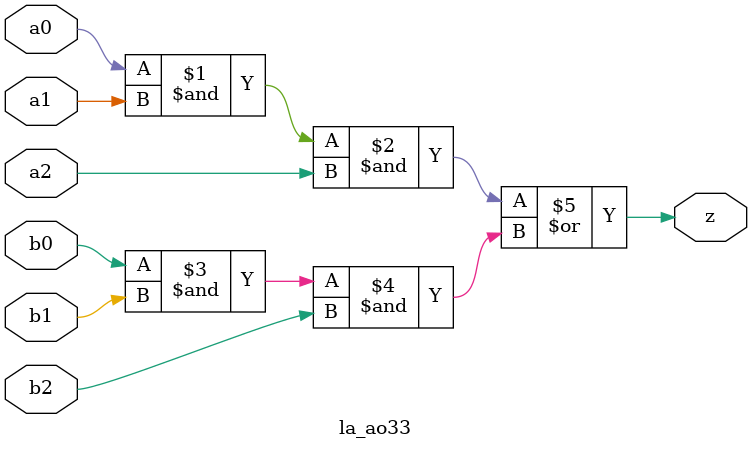
<source format=v>
module la_ao33(	// file.cleaned.mlir:2:3
  input  a0,	// file.cleaned.mlir:2:25
         a1,	// file.cleaned.mlir:2:38
         a2,	// file.cleaned.mlir:2:51
         b0,	// file.cleaned.mlir:2:64
         b1,	// file.cleaned.mlir:2:77
         b2,	// file.cleaned.mlir:2:90
  output z	// file.cleaned.mlir:2:104
);

  assign z = a0 & a1 & a2 | b0 & b1 & b2;	// file.cleaned.mlir:3:10, :4:10, :5:10, :6:5
endmodule


</source>
